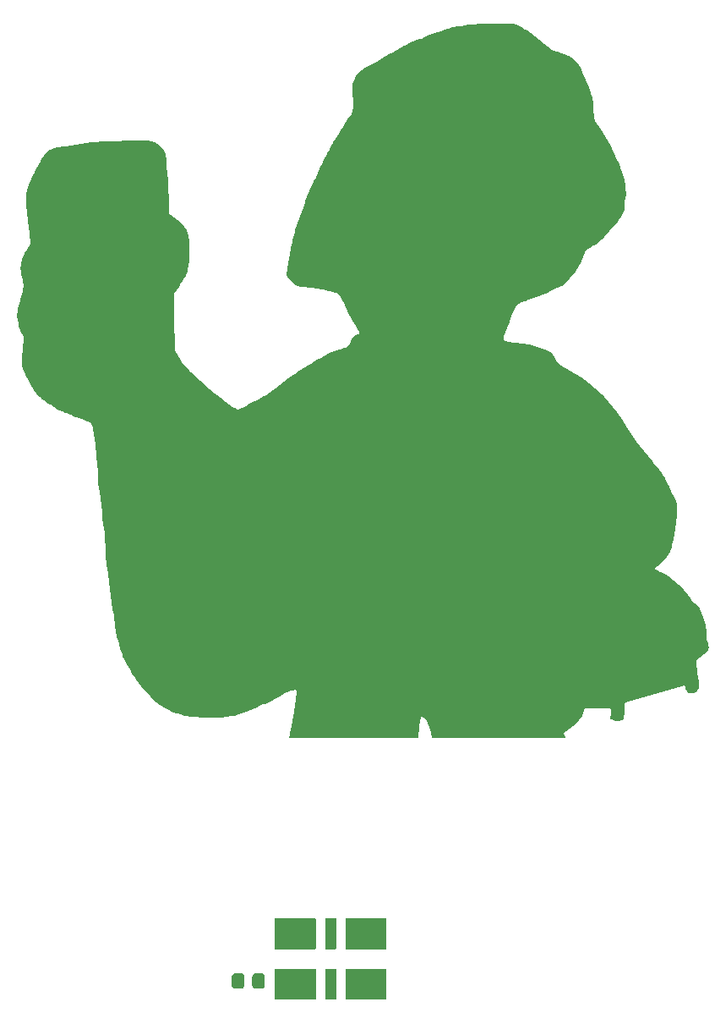
<source format=gbs>
G04 #@! TF.GenerationSoftware,KiCad,Pcbnew,8.0.4-1.fc40*
G04 #@! TF.CreationDate,2024-09-16T09:24:30-07:00*
G04 #@! TF.ProjectId,mrfixit,6d726669-7869-4742-9e6b-696361645f70,rev?*
G04 #@! TF.SameCoordinates,Original*
G04 #@! TF.FileFunction,Soldermask,Bot*
G04 #@! TF.FilePolarity,Negative*
%FSLAX46Y46*%
G04 Gerber Fmt 4.6, Leading zero omitted, Abs format (unit mm)*
G04 Created by KiCad (PCBNEW 8.0.4-1.fc40) date 2024-09-16 09:24:30*
%MOMM*%
%LPD*%
G01*
G04 APERTURE LIST*
G04 APERTURE END LIST*
G36*
X127569517Y-133082882D02*
G01*
X127586062Y-133093938D01*
X127597118Y-133110483D01*
X127601000Y-133130000D01*
X127601000Y-136130000D01*
X127597118Y-136149517D01*
X127586062Y-136166062D01*
X127569517Y-136177118D01*
X127550000Y-136181000D01*
X123550000Y-136181000D01*
X123530483Y-136177118D01*
X123513938Y-136166062D01*
X123502882Y-136149517D01*
X123499000Y-136130000D01*
X123499000Y-133130000D01*
X123502882Y-133110483D01*
X123513938Y-133093938D01*
X123530483Y-133082882D01*
X123550000Y-133079000D01*
X127550000Y-133079000D01*
X127569517Y-133082882D01*
G37*
G36*
X129609517Y-133082882D02*
G01*
X129626062Y-133093938D01*
X129637118Y-133110483D01*
X129641000Y-133130000D01*
X129641000Y-136130000D01*
X129637118Y-136149517D01*
X129626062Y-136166062D01*
X129609517Y-136177118D01*
X129590000Y-136181000D01*
X128590000Y-136181000D01*
X128570483Y-136177118D01*
X128553938Y-136166062D01*
X128542882Y-136149517D01*
X128539000Y-136130000D01*
X128539000Y-133130000D01*
X128542882Y-133110483D01*
X128553938Y-133093938D01*
X128570483Y-133082882D01*
X128590000Y-133079000D01*
X129590000Y-133079000D01*
X129609517Y-133082882D01*
G37*
G36*
X134649517Y-133082882D02*
G01*
X134666062Y-133093938D01*
X134677118Y-133110483D01*
X134681000Y-133130000D01*
X134681000Y-136130000D01*
X134677118Y-136149517D01*
X134666062Y-136166062D01*
X134649517Y-136177118D01*
X134630000Y-136181000D01*
X130630000Y-136181000D01*
X130610483Y-136177118D01*
X130593938Y-136166062D01*
X130582882Y-136149517D01*
X130579000Y-136130000D01*
X130579000Y-133130000D01*
X130582882Y-133110483D01*
X130593938Y-133093938D01*
X130610483Y-133082882D01*
X130630000Y-133079000D01*
X134630000Y-133079000D01*
X134649517Y-133082882D01*
G37*
G36*
X120218914Y-133566995D02*
G01*
X120234726Y-133573976D01*
X120242531Y-133575213D01*
X120275039Y-133591776D01*
X120320106Y-133611676D01*
X120398324Y-133689894D01*
X120418226Y-133734967D01*
X120434786Y-133767468D01*
X120436021Y-133775270D01*
X120443005Y-133791086D01*
X120451000Y-133860000D01*
X120451000Y-134760000D01*
X120443005Y-134828914D01*
X120436021Y-134844729D01*
X120434786Y-134852531D01*
X120418229Y-134885024D01*
X120398324Y-134930106D01*
X120320106Y-135008324D01*
X120275024Y-135028229D01*
X120242531Y-135044786D01*
X120234729Y-135046021D01*
X120218914Y-135053005D01*
X120150000Y-135061000D01*
X119500000Y-135061000D01*
X119431086Y-135053005D01*
X119415270Y-135046021D01*
X119407468Y-135044786D01*
X119374967Y-135028226D01*
X119329894Y-135008324D01*
X119251676Y-134930106D01*
X119231776Y-134885039D01*
X119215213Y-134852531D01*
X119213976Y-134844726D01*
X119206995Y-134828914D01*
X119199000Y-134760000D01*
X119199000Y-133860000D01*
X119206995Y-133791086D01*
X119213976Y-133775274D01*
X119215213Y-133767468D01*
X119231780Y-133734953D01*
X119251676Y-133689894D01*
X119329894Y-133611676D01*
X119374953Y-133591780D01*
X119407468Y-133575213D01*
X119415274Y-133573976D01*
X119431086Y-133566995D01*
X119500000Y-133559000D01*
X120150000Y-133559000D01*
X120218914Y-133566995D01*
G37*
G36*
X122268914Y-133566995D02*
G01*
X122284726Y-133573976D01*
X122292531Y-133575213D01*
X122325039Y-133591776D01*
X122370106Y-133611676D01*
X122448324Y-133689894D01*
X122468226Y-133734967D01*
X122484786Y-133767468D01*
X122486021Y-133775270D01*
X122493005Y-133791086D01*
X122501000Y-133860000D01*
X122501000Y-134760000D01*
X122493005Y-134828914D01*
X122486021Y-134844729D01*
X122484786Y-134852531D01*
X122468229Y-134885024D01*
X122448324Y-134930106D01*
X122370106Y-135008324D01*
X122325024Y-135028229D01*
X122292531Y-135044786D01*
X122284729Y-135046021D01*
X122268914Y-135053005D01*
X122200000Y-135061000D01*
X121550000Y-135061000D01*
X121481086Y-135053005D01*
X121465270Y-135046021D01*
X121457468Y-135044786D01*
X121424967Y-135028226D01*
X121379894Y-135008324D01*
X121301676Y-134930106D01*
X121281776Y-134885039D01*
X121265213Y-134852531D01*
X121263976Y-134844726D01*
X121256995Y-134828914D01*
X121249000Y-134760000D01*
X121249000Y-133860000D01*
X121256995Y-133791086D01*
X121263976Y-133775274D01*
X121265213Y-133767468D01*
X121281780Y-133734953D01*
X121301676Y-133689894D01*
X121379894Y-133611676D01*
X121424953Y-133591780D01*
X121457468Y-133575213D01*
X121465274Y-133573976D01*
X121481086Y-133566995D01*
X121550000Y-133559000D01*
X122200000Y-133559000D01*
X122268914Y-133566995D01*
G37*
G36*
X127569517Y-128042882D02*
G01*
X127586062Y-128053938D01*
X127597118Y-128070483D01*
X127601000Y-128090000D01*
X127601000Y-131090000D01*
X127597118Y-131109517D01*
X127586062Y-131126062D01*
X127569517Y-131137118D01*
X127550000Y-131141000D01*
X123550000Y-131141000D01*
X123530483Y-131137118D01*
X123513938Y-131126062D01*
X123502882Y-131109517D01*
X123499000Y-131090000D01*
X123499000Y-128090000D01*
X123502882Y-128070483D01*
X123513938Y-128053938D01*
X123530483Y-128042882D01*
X123550000Y-128039000D01*
X127550000Y-128039000D01*
X127569517Y-128042882D01*
G37*
G36*
X129609517Y-128042882D02*
G01*
X129626062Y-128053938D01*
X129637118Y-128070483D01*
X129641000Y-128090000D01*
X129641000Y-131090000D01*
X129637118Y-131109517D01*
X129626062Y-131126062D01*
X129609517Y-131137118D01*
X129590000Y-131141000D01*
X128590000Y-131141000D01*
X128570483Y-131137118D01*
X128553938Y-131126062D01*
X128542882Y-131109517D01*
X128539000Y-131090000D01*
X128539000Y-128090000D01*
X128542882Y-128070483D01*
X128553938Y-128053938D01*
X128570483Y-128042882D01*
X128590000Y-128039000D01*
X129590000Y-128039000D01*
X129609517Y-128042882D01*
G37*
G36*
X134649517Y-128042882D02*
G01*
X134666062Y-128053938D01*
X134677118Y-128070483D01*
X134681000Y-128090000D01*
X134681000Y-131090000D01*
X134677118Y-131109517D01*
X134666062Y-131126062D01*
X134649517Y-131137118D01*
X134630000Y-131141000D01*
X130630000Y-131141000D01*
X130610483Y-131137118D01*
X130593938Y-131126062D01*
X130582882Y-131109517D01*
X130579000Y-131090000D01*
X130579000Y-128090000D01*
X130582882Y-128070483D01*
X130593938Y-128053938D01*
X130610483Y-128042882D01*
X130630000Y-128039000D01*
X134630000Y-128039000D01*
X134649517Y-128042882D01*
G37*
G36*
X147429810Y-38564945D02*
G01*
X147894766Y-38746196D01*
X147895344Y-38746424D01*
X148083941Y-38822106D01*
X148085683Y-38822833D01*
X148268771Y-38902325D01*
X148278030Y-38907233D01*
X148593480Y-39107310D01*
X148597558Y-39109686D01*
X148647911Y-39136525D01*
X148648535Y-39136862D01*
X148773634Y-39205384D01*
X148781856Y-39210699D01*
X149113207Y-39460809D01*
X149113399Y-39460955D01*
X149113399Y-39460956D01*
X149377910Y-39663926D01*
X149589456Y-39815867D01*
X149590729Y-39816803D01*
X149871062Y-40028101D01*
X149873823Y-40030297D01*
X150033948Y-40164623D01*
X150211159Y-40309021D01*
X150506876Y-40546953D01*
X150671199Y-40678719D01*
X150671212Y-40678729D01*
X150671212Y-40678730D01*
X150842571Y-40817119D01*
X150843226Y-40817654D01*
X151097995Y-41028576D01*
X151102639Y-41032071D01*
X151278531Y-41152028D01*
X151287944Y-41157320D01*
X151463940Y-41237155D01*
X151469794Y-41239462D01*
X151826018Y-41359568D01*
X152064728Y-41431299D01*
X152066372Y-41431816D01*
X152288090Y-41504606D01*
X152290052Y-41505283D01*
X152496133Y-41579810D01*
X152498288Y-41580632D01*
X152689174Y-41657263D01*
X152692323Y-41658622D01*
X152952940Y-41779031D01*
X152957331Y-41781258D01*
X153188334Y-41909184D01*
X153193240Y-41912181D01*
X153397573Y-42049378D01*
X153402752Y-42053229D01*
X153583185Y-42201401D01*
X153588326Y-42206086D01*
X153747721Y-42367105D01*
X153752383Y-42372333D01*
X153892715Y-42547167D01*
X153898227Y-42555152D01*
X154138543Y-42963238D01*
X154141444Y-42968730D01*
X154231388Y-43159806D01*
X154232299Y-43161828D01*
X154335192Y-43401282D01*
X154335516Y-43402052D01*
X154416514Y-43597862D01*
X154512117Y-43807421D01*
X154603697Y-44006021D01*
X154604131Y-44006984D01*
X154755835Y-44350383D01*
X154756183Y-44351184D01*
X154839840Y-44547049D01*
X154932063Y-44756423D01*
X154932161Y-44756648D01*
X155010571Y-44938361D01*
X155012078Y-44942172D01*
X155079976Y-45130424D01*
X155080902Y-45133175D01*
X155197450Y-45506214D01*
X155197791Y-45507340D01*
X155260296Y-45719946D01*
X155261002Y-45722541D01*
X155315354Y-45939505D01*
X155316338Y-45944104D01*
X155353914Y-46155341D01*
X155354526Y-46159536D01*
X155377300Y-46358903D01*
X155377546Y-46361496D01*
X155396079Y-46606232D01*
X155396164Y-46607532D01*
X155413638Y-46919097D01*
X155413638Y-46919109D01*
X155425815Y-47146763D01*
X155438349Y-47349727D01*
X155459958Y-47613611D01*
X155487605Y-47834843D01*
X155488454Y-47839924D01*
X155540002Y-48085688D01*
X155542259Y-48093730D01*
X155617412Y-48305955D01*
X155621031Y-48314223D01*
X155728486Y-48518283D01*
X155732083Y-48524275D01*
X155881237Y-48743942D01*
X155883841Y-48747501D01*
X156205006Y-49155347D01*
X156206750Y-49157664D01*
X156361795Y-49373290D01*
X156366141Y-49380178D01*
X156469755Y-49568770D01*
X156583855Y-49762312D01*
X156723265Y-49994063D01*
X156852629Y-50209768D01*
X156853157Y-50210663D01*
X156966246Y-50405819D01*
X156966960Y-50407082D01*
X157069708Y-50593305D01*
X157070482Y-50594748D01*
X157168443Y-50783017D01*
X157169201Y-50784518D01*
X157268090Y-50986141D01*
X157268687Y-50987389D01*
X157374248Y-51213800D01*
X157374533Y-51214423D01*
X157461282Y-51406832D01*
X157461600Y-51407547D01*
X157627817Y-51785632D01*
X157711987Y-51973958D01*
X157803737Y-52174387D01*
X157931809Y-52449106D01*
X157932005Y-52449527D01*
X158016205Y-52632278D01*
X158017478Y-52635224D01*
X158128443Y-52909669D01*
X158161082Y-52986928D01*
X158161082Y-52986929D01*
X158161174Y-52987147D01*
X158239244Y-53172889D01*
X158240763Y-53176846D01*
X158308640Y-53371762D01*
X158309073Y-53373041D01*
X158383269Y-53599504D01*
X158383617Y-53600598D01*
X158454192Y-53828495D01*
X158454776Y-53830488D01*
X158536524Y-54126127D01*
X158537738Y-54131300D01*
X158576943Y-54334192D01*
X158577424Y-54336991D01*
X158610224Y-54554950D01*
X158610441Y-54556516D01*
X158640691Y-54796629D01*
X158640859Y-54798084D01*
X158665992Y-55038258D01*
X158666238Y-55041239D01*
X158692113Y-55469919D01*
X158692078Y-55478587D01*
X158678680Y-55674171D01*
X158678029Y-55679965D01*
X158623006Y-56031582D01*
X158622886Y-56032319D01*
X158587509Y-56240822D01*
X158586988Y-56244588D01*
X158564666Y-56451931D01*
X158564374Y-56455718D01*
X158549652Y-56772237D01*
X158543358Y-56982993D01*
X158542986Y-56988346D01*
X158520898Y-57190321D01*
X158514978Y-57211450D01*
X158379187Y-57501784D01*
X158376353Y-57507192D01*
X158182772Y-57839027D01*
X158181378Y-57841549D01*
X158079799Y-58035715D01*
X158076741Y-58040970D01*
X157968841Y-58208453D01*
X157965124Y-58213661D01*
X157836236Y-58377232D01*
X157834161Y-58379738D01*
X157680801Y-58556172D01*
X157679807Y-58557291D01*
X157365283Y-58903779D01*
X157365056Y-58904028D01*
X157208182Y-59075946D01*
X157051560Y-59248822D01*
X156904541Y-59412236D01*
X156623181Y-59730246D01*
X156623183Y-59730331D01*
X156509624Y-59858978D01*
X156508314Y-59860419D01*
X156365870Y-60012668D01*
X156364321Y-60014270D01*
X156224284Y-60154336D01*
X156222115Y-60156413D01*
X156036459Y-60326540D01*
X156033640Y-60328983D01*
X155847117Y-60481749D01*
X155843912Y-60484218D01*
X155653537Y-60622067D01*
X155650151Y-60624366D01*
X155453478Y-60749331D01*
X155448865Y-60752011D01*
X155075724Y-60949424D01*
X155074839Y-60949884D01*
X154887925Y-61045269D01*
X154880741Y-61049564D01*
X154705834Y-61170704D01*
X154682011Y-61201751D01*
X154579130Y-61488980D01*
X154578898Y-61489617D01*
X154506573Y-61685307D01*
X154505754Y-61687412D01*
X154419727Y-61898132D01*
X154418996Y-61899855D01*
X154323685Y-62116132D01*
X154322974Y-62117689D01*
X154223104Y-62329276D01*
X154222268Y-62330984D01*
X154122867Y-62527070D01*
X154121432Y-62529751D01*
X153991529Y-62759980D01*
X153989510Y-62763327D01*
X153867206Y-62953383D01*
X153865965Y-62955244D01*
X153723095Y-63162227D01*
X153722215Y-63163472D01*
X153605352Y-63324863D01*
X153604696Y-63325752D01*
X153482195Y-63488963D01*
X153481500Y-63489874D01*
X153356033Y-63651472D01*
X153355307Y-63652390D01*
X153229240Y-63809353D01*
X153228293Y-63810507D01*
X153063903Y-64006680D01*
X153061829Y-64009041D01*
X152765695Y-64330796D01*
X152762513Y-64334027D01*
X152592976Y-64494898D01*
X152590184Y-64497403D01*
X152432527Y-64631054D01*
X152428084Y-64634513D01*
X152242102Y-64767190D01*
X152236246Y-64770928D01*
X152039654Y-64882644D01*
X152032629Y-64886115D01*
X151631041Y-65056329D01*
X151629579Y-65056928D01*
X151433099Y-65134779D01*
X151249083Y-65215512D01*
X151246519Y-65216708D01*
X151025840Y-65325689D01*
X150819757Y-65435132D01*
X150817480Y-65436287D01*
X150602135Y-65540482D01*
X150599749Y-65541580D01*
X150356732Y-65647748D01*
X150354870Y-65648530D01*
X150144197Y-65733357D01*
X150143004Y-65733824D01*
X149899497Y-65826351D01*
X149898663Y-65826660D01*
X149615209Y-65929589D01*
X149614633Y-65929795D01*
X149399943Y-66005541D01*
X149399656Y-66005641D01*
X149162320Y-66087894D01*
X149161971Y-66088014D01*
X148899117Y-66177848D01*
X148898743Y-66177975D01*
X148608614Y-66276079D01*
X148608511Y-66276113D01*
X148123394Y-66438591D01*
X148112633Y-66443362D01*
X147926686Y-66547712D01*
X147913875Y-66557228D01*
X147776714Y-66689266D01*
X147770279Y-66696500D01*
X147631409Y-66879331D01*
X147627670Y-66884840D01*
X147513961Y-67073211D01*
X147511271Y-67078159D01*
X147355660Y-67397850D01*
X147353629Y-67402492D01*
X147276044Y-67601384D01*
X147196309Y-67820025D01*
X147118609Y-68039292D01*
X146997104Y-68392175D01*
X146929400Y-68590256D01*
X146929249Y-68590694D01*
X146861103Y-68786202D01*
X146860879Y-68786837D01*
X146782498Y-69007027D01*
X146782372Y-69007379D01*
X146712510Y-69198474D01*
X146712034Y-69199736D01*
X146628336Y-69415277D01*
X146628332Y-69415287D01*
X146549668Y-69616446D01*
X146548523Y-69619624D01*
X146452074Y-69911915D01*
X146451200Y-69914794D01*
X146401599Y-70093607D01*
X146441718Y-70177904D01*
X146673952Y-70279341D01*
X146680134Y-70281661D01*
X146899701Y-70351074D01*
X146904708Y-70352431D01*
X147114191Y-70399979D01*
X147117918Y-70400706D01*
X147359245Y-70440258D01*
X147578283Y-70466585D01*
X147834656Y-70488077D01*
X147834645Y-70488363D01*
X147954227Y-70498100D01*
X148083857Y-70508968D01*
X148083869Y-70508658D01*
X148162082Y-70515027D01*
X148163648Y-70515173D01*
X148378871Y-70537887D01*
X148380257Y-70538049D01*
X148583326Y-70564128D01*
X148585971Y-70564522D01*
X148833728Y-70606428D01*
X148839823Y-70607753D01*
X149091939Y-70674914D01*
X149094045Y-70675512D01*
X149306125Y-70739427D01*
X149307085Y-70739723D01*
X149549658Y-70816303D01*
X149550343Y-70816523D01*
X149810745Y-70901521D01*
X149811184Y-70901667D01*
X150076827Y-70990842D01*
X150077347Y-70991019D01*
X150335723Y-71080155D01*
X150336234Y-71080334D01*
X150574996Y-71165266D01*
X150575806Y-71165560D01*
X150781773Y-71241811D01*
X150784215Y-71242769D01*
X151048036Y-71352206D01*
X151058145Y-71357441D01*
X151226322Y-71463457D01*
X151237762Y-71472545D01*
X151376132Y-71609463D01*
X151388821Y-71626893D01*
X151494691Y-71836382D01*
X151498340Y-71845061D01*
X151571608Y-72060304D01*
X151575407Y-72069162D01*
X151676951Y-72263157D01*
X151682378Y-72271747D01*
X151816019Y-72449488D01*
X151822338Y-72456674D01*
X151992763Y-72622940D01*
X151998371Y-72627796D01*
X152162353Y-72753595D01*
X152168751Y-72757903D01*
X152588849Y-73004615D01*
X152591970Y-73006330D01*
X152823973Y-73125361D01*
X152824691Y-73125734D01*
X153048969Y-73243992D01*
X153049790Y-73244431D01*
X153265446Y-73361499D01*
X153266244Y-73361938D01*
X153473533Y-73477986D01*
X153474420Y-73478492D01*
X153673644Y-73593714D01*
X153674548Y-73594246D01*
X153866024Y-73708850D01*
X153866992Y-73709440D01*
X154050952Y-73823578D01*
X154051950Y-73824209D01*
X154228825Y-73938157D01*
X154229722Y-73938746D01*
X154399785Y-74052683D01*
X154400806Y-74053382D01*
X154564079Y-74167309D01*
X154565419Y-74168270D01*
X154799021Y-74340106D01*
X154800680Y-74341367D01*
X155020690Y-74514223D01*
X155023287Y-74516372D01*
X155430526Y-74870963D01*
X155431841Y-74872139D01*
X155591112Y-75018570D01*
X155740996Y-75153886D01*
X155897663Y-75293609D01*
X156085248Y-75458376D01*
X156086198Y-75459226D01*
X156248594Y-75607475D01*
X156250311Y-75609098D01*
X156399960Y-75755643D01*
X156401278Y-75756972D01*
X156543799Y-75904791D01*
X156545802Y-75906961D01*
X156710346Y-76093215D01*
X156712155Y-76095349D01*
X156952509Y-76390921D01*
X156952509Y-76390922D01*
X157166370Y-76654491D01*
X157355247Y-76888192D01*
X157355247Y-76888193D01*
X157355499Y-76888505D01*
X157521446Y-77095137D01*
X157521708Y-77095465D01*
X157667525Y-77278751D01*
X157667624Y-77278876D01*
X157795322Y-77441558D01*
X157795796Y-77442169D01*
X157958674Y-77654687D01*
X157959470Y-77655745D01*
X158094711Y-77839558D01*
X158095759Y-77841022D01*
X158211439Y-78006971D01*
X158212701Y-78008849D01*
X158350551Y-78221277D01*
X158351960Y-78223545D01*
X158601540Y-78643528D01*
X158601540Y-78643529D01*
X158601705Y-78643807D01*
X158745333Y-78886873D01*
X158895703Y-79130967D01*
X159052031Y-79374945D01*
X159213831Y-79618141D01*
X159380349Y-79859484D01*
X159551149Y-80098364D01*
X159725432Y-80333656D01*
X159902763Y-80564744D01*
X160082365Y-80790547D01*
X160385517Y-81153350D01*
X160520608Y-81312653D01*
X160521090Y-81313226D01*
X160649668Y-81467809D01*
X160649987Y-81468196D01*
X160810379Y-81664554D01*
X160810859Y-81665145D01*
X160936791Y-81821171D01*
X161096599Y-82017610D01*
X161096618Y-82017633D01*
X161096618Y-82017634D01*
X161224084Y-82176274D01*
X161224084Y-82176273D01*
X161224103Y-82176297D01*
X161448079Y-82458546D01*
X161582052Y-82626828D01*
X161711420Y-82787720D01*
X161839779Y-82946084D01*
X161996857Y-83137565D01*
X161997314Y-83138127D01*
X162144425Y-83320760D01*
X162146021Y-83322820D01*
X162269281Y-83488152D01*
X162271358Y-83491098D01*
X162392100Y-83672508D01*
X162395326Y-83677882D01*
X162583911Y-84028027D01*
X162585246Y-84030636D01*
X162679935Y-84226035D01*
X162771444Y-84411539D01*
X162860712Y-84591170D01*
X163001428Y-84872310D01*
X163001518Y-84872365D01*
X163111870Y-85091984D01*
X163111883Y-85092010D01*
X163216958Y-85301526D01*
X163217005Y-85301620D01*
X163217005Y-85301619D01*
X163327700Y-85523435D01*
X163327700Y-85523436D01*
X163328022Y-85524085D01*
X163428060Y-85727376D01*
X163428572Y-85728438D01*
X163518506Y-85919343D01*
X163519662Y-85921942D01*
X163605828Y-86127467D01*
X163607591Y-86132150D01*
X163673006Y-86327524D01*
X163674477Y-86332555D01*
X163759294Y-86670754D01*
X163760456Y-86676398D01*
X163794089Y-86884257D01*
X163794865Y-86891559D01*
X163804971Y-87088080D01*
X163805047Y-87092863D01*
X163801065Y-87296143D01*
X163800989Y-87298305D01*
X163777151Y-87771043D01*
X163777100Y-87771966D01*
X163764984Y-87970880D01*
X163764931Y-87971678D01*
X163749128Y-88196796D01*
X163749062Y-88197672D01*
X163730319Y-88424849D01*
X163730059Y-88427409D01*
X163698275Y-88690537D01*
X163697472Y-88695577D01*
X163656921Y-88900144D01*
X163595223Y-89271163D01*
X163556058Y-89517851D01*
X163555958Y-89518469D01*
X163516633Y-89752093D01*
X163516530Y-89752682D01*
X163477047Y-89973318D01*
X163476920Y-89974003D01*
X163437328Y-90181450D01*
X163437097Y-90182610D01*
X163377571Y-90468883D01*
X163377224Y-90470459D01*
X163317674Y-90726356D01*
X163317187Y-90728315D01*
X163257781Y-90953322D01*
X163257072Y-90955813D01*
X163198130Y-91148994D01*
X163196814Y-91152878D01*
X163120167Y-91358100D01*
X163114414Y-91369866D01*
X162962881Y-91615822D01*
X162958353Y-91622292D01*
X162737882Y-91901147D01*
X162604461Y-92084823D01*
X162601184Y-92088979D01*
X162465887Y-92247313D01*
X162461773Y-92251714D01*
X162309545Y-92400657D01*
X162304863Y-92404831D01*
X161993252Y-92657680D01*
X161991939Y-92658720D01*
X161827472Y-92785711D01*
X161661953Y-92923918D01*
X161653588Y-92932375D01*
X161582515Y-93019388D01*
X161607666Y-93136848D01*
X161707884Y-93187003D01*
X161846006Y-93252049D01*
X161845987Y-93252138D01*
X162143900Y-93392115D01*
X162144576Y-93392437D01*
X162330890Y-93482305D01*
X162331727Y-93482716D01*
X162550709Y-93592588D01*
X162552132Y-93593324D01*
X162739962Y-93693275D01*
X162742200Y-93694519D01*
X162937583Y-93807919D01*
X162943858Y-93812044D01*
X163309395Y-94082575D01*
X163313982Y-94086291D01*
X163472103Y-94226298D01*
X163627332Y-94356172D01*
X163824089Y-94511935D01*
X163824494Y-94512258D01*
X163994143Y-94648367D01*
X163996971Y-94650767D01*
X164162421Y-94799144D01*
X164164968Y-94801552D01*
X164328296Y-94964212D01*
X164330576Y-94966597D01*
X164492724Y-95144663D01*
X164494712Y-95146947D01*
X164656660Y-95341604D01*
X164658162Y-95343476D01*
X164779832Y-95500760D01*
X164780947Y-95502243D01*
X164903208Y-95669682D01*
X164904654Y-95671742D01*
X165154173Y-96041364D01*
X165267714Y-96205470D01*
X165270408Y-96209079D01*
X165394695Y-96363624D01*
X165403643Y-96372685D01*
X165599761Y-96534520D01*
X165765061Y-96667007D01*
X165775403Y-96677328D01*
X165899584Y-96831648D01*
X165903714Y-96837370D01*
X166052000Y-97067376D01*
X166055582Y-97073643D01*
X166158414Y-97278244D01*
X166159678Y-97280899D01*
X166255963Y-97494862D01*
X166256692Y-97496540D01*
X166351235Y-97722298D01*
X166351878Y-97723891D01*
X166433754Y-97934419D01*
X166435459Y-97939362D01*
X166523966Y-98232232D01*
X166525528Y-98236765D01*
X166555778Y-98314716D01*
X166602651Y-98425921D01*
X166606464Y-98438067D01*
X166680090Y-98784393D01*
X166680766Y-98788078D01*
X166711446Y-98986622D01*
X166711854Y-98989741D01*
X166733470Y-99191692D01*
X166733616Y-99193226D01*
X166753122Y-99424848D01*
X166753227Y-99426276D01*
X166770339Y-99701296D01*
X166770364Y-99701723D01*
X166782185Y-99924104D01*
X166797495Y-100142639D01*
X166799185Y-100153341D01*
X166857216Y-100387242D01*
X166858480Y-100391642D01*
X166911783Y-100554436D01*
X166913528Y-100560806D01*
X166947750Y-100715132D01*
X166948491Y-100719005D01*
X166979660Y-100911900D01*
X166979385Y-100934868D01*
X166938201Y-101156008D01*
X166924316Y-101185917D01*
X166787840Y-101352912D01*
X166782386Y-101358828D01*
X166638472Y-101497376D01*
X166636315Y-101499364D01*
X166467510Y-101648324D01*
X166465449Y-101650071D01*
X166292535Y-101790867D01*
X166288685Y-101793780D01*
X166045145Y-101964641D01*
X165886569Y-102083322D01*
X165867376Y-102106692D01*
X165721768Y-102410608D01*
X165715762Y-102443605D01*
X165731722Y-102627305D01*
X165732071Y-102630420D01*
X165767368Y-102886821D01*
X165798460Y-103091176D01*
X165798487Y-103091362D01*
X165831139Y-103317245D01*
X165831243Y-103317979D01*
X165864486Y-103557598D01*
X165864525Y-103557886D01*
X165864525Y-103557887D01*
X165897439Y-103803842D01*
X165897442Y-103803863D01*
X165897442Y-103803864D01*
X165928918Y-104047375D01*
X165928943Y-104047571D01*
X165957897Y-104279983D01*
X165957980Y-104280664D01*
X165983434Y-104494167D01*
X165983518Y-104494903D01*
X166010235Y-104735912D01*
X166010423Y-104737865D01*
X166029334Y-104969846D01*
X166025734Y-104987221D01*
X166025812Y-104988167D01*
X166025381Y-104988928D01*
X166022059Y-105004969D01*
X165860878Y-105290164D01*
X165838438Y-105313711D01*
X165689814Y-105407411D01*
X165668883Y-105416082D01*
X165402707Y-105476450D01*
X165393845Y-105477849D01*
X165189002Y-105496351D01*
X165178424Y-105496474D01*
X164995106Y-105484203D01*
X164970563Y-105477735D01*
X164799944Y-105395625D01*
X164786770Y-105383737D01*
X164785919Y-105383328D01*
X164785578Y-105382662D01*
X164775143Y-105373246D01*
X164687002Y-105201010D01*
X164680462Y-105180949D01*
X164647180Y-104971054D01*
X164646892Y-104969041D01*
X164625219Y-104798902D01*
X164528769Y-104735731D01*
X158635005Y-106458519D01*
X158585671Y-106520313D01*
X158574943Y-106695747D01*
X158574930Y-106695957D01*
X158561968Y-106901704D01*
X158561957Y-106901880D01*
X158544015Y-107172687D01*
X158544006Y-107172828D01*
X158527561Y-107401046D01*
X158527500Y-107401840D01*
X158507298Y-107645698D01*
X158507141Y-107647352D01*
X158483774Y-107864217D01*
X158481961Y-107874075D01*
X158421057Y-108106364D01*
X158411901Y-108121567D01*
X158411662Y-108122482D01*
X158411134Y-108122841D01*
X158404954Y-108133105D01*
X158250788Y-108238187D01*
X158232218Y-108247031D01*
X158050904Y-108301270D01*
X158038548Y-108303738D01*
X157829535Y-108325467D01*
X157818480Y-108325703D01*
X157613543Y-108313226D01*
X157591354Y-108307991D01*
X157237600Y-108157369D01*
X157215512Y-108142106D01*
X157145376Y-108068901D01*
X157137204Y-108053144D01*
X157136553Y-108052464D01*
X157136591Y-108051961D01*
X157132219Y-108043530D01*
X157165398Y-107608839D01*
X157165469Y-107607970D01*
X157183669Y-107401282D01*
X157183992Y-107398341D01*
X157224495Y-107090615D01*
X157147838Y-107005058D01*
X154580244Y-107059652D01*
X154513903Y-107113088D01*
X154467095Y-107307798D01*
X154465484Y-107313415D01*
X154387012Y-107548086D01*
X154384718Y-107554009D01*
X154286064Y-107776984D01*
X154283121Y-107782849D01*
X154162718Y-107996291D01*
X154159262Y-108001785D01*
X154015488Y-108207714D01*
X154011764Y-108212564D01*
X153842877Y-108413010D01*
X153839141Y-108417091D01*
X153643522Y-108613824D01*
X153639939Y-108617174D01*
X153415647Y-108812237D01*
X153412939Y-108814470D01*
X153247314Y-108943919D01*
X153245308Y-108945429D01*
X153065988Y-109075254D01*
X153063367Y-109077060D01*
X152663180Y-109339022D01*
X152656103Y-109344410D01*
X152453528Y-109522749D01*
X152436276Y-109603596D01*
X152503599Y-109750980D01*
X152509648Y-109761425D01*
X152625817Y-109923647D01*
X152632910Y-109931922D01*
X152685923Y-109983850D01*
X152694589Y-109999339D01*
X152695264Y-110000000D01*
X152694523Y-110000000D01*
X152681530Y-110005000D01*
X139257564Y-110005000D01*
X139240537Y-110000000D01*
X139239591Y-110000000D01*
X139239572Y-109999572D01*
X139235737Y-109995147D01*
X139234062Y-109988192D01*
X139231881Y-109938980D01*
X139231437Y-109933811D01*
X139189237Y-109604117D01*
X139188110Y-109597860D01*
X139139616Y-109389827D01*
X139138878Y-109386967D01*
X139076032Y-109165301D01*
X139002443Y-108940339D01*
X138921818Y-108721958D01*
X138838160Y-108520286D01*
X138836777Y-108517192D01*
X138733620Y-108302235D01*
X138730010Y-108295733D01*
X138600288Y-108091736D01*
X138589759Y-108079168D01*
X138449870Y-107950808D01*
X138430135Y-107938519D01*
X138241260Y-107864927D01*
X138140294Y-107918130D01*
X138111136Y-108043040D01*
X138110308Y-108047230D01*
X138072953Y-108277244D01*
X138038520Y-108516546D01*
X138010077Y-108731018D01*
X137964278Y-109107832D01*
X137964310Y-109107925D01*
X137941435Y-109298427D01*
X137941376Y-109298898D01*
X137914209Y-109509811D01*
X137914083Y-109510728D01*
X137879684Y-109749739D01*
X137854443Y-109964244D01*
X137854064Y-109969080D01*
X137853543Y-109982238D01*
X137847874Y-109999052D01*
X137847837Y-110000000D01*
X137847409Y-110000000D01*
X137842957Y-110003560D01*
X137835647Y-110005000D01*
X124976566Y-110005000D01*
X124959540Y-110000000D01*
X124958593Y-110000000D01*
X124958737Y-109999131D01*
X124956383Y-109982759D01*
X124959950Y-109961247D01*
X124960080Y-109960488D01*
X124996577Y-109750247D01*
X124996701Y-109749542D01*
X125036096Y-109531391D01*
X125036234Y-109530645D01*
X125101207Y-109185328D01*
X125101262Y-109185034D01*
X125150661Y-108927720D01*
X125194793Y-108697346D01*
X125234067Y-108491611D01*
X125285022Y-108222800D01*
X125327669Y-107994783D01*
X125374468Y-107738239D01*
X125413160Y-107516996D01*
X125447507Y-107310023D01*
X125518066Y-106855635D01*
X125556979Y-106594198D01*
X125591892Y-106350126D01*
X125622591Y-106125262D01*
X125648952Y-105920826D01*
X125676970Y-105683369D01*
X125699708Y-105450961D01*
X125700005Y-105444893D01*
X125700057Y-105288880D01*
X125620391Y-105214696D01*
X125296324Y-105237928D01*
X125290292Y-105238657D01*
X125089235Y-105272915D01*
X125073312Y-105277875D01*
X124722247Y-105441103D01*
X124714786Y-105445211D01*
X124545612Y-105553991D01*
X124539830Y-105557316D01*
X124224987Y-105718205D01*
X124223588Y-105718900D01*
X124025261Y-105814485D01*
X123823446Y-105921495D01*
X123459242Y-106130393D01*
X123272230Y-106239513D01*
X123270209Y-106240645D01*
X123091724Y-106336710D01*
X123087027Y-106339009D01*
X122702164Y-106509334D01*
X122697927Y-106511041D01*
X122509340Y-106579792D01*
X122319764Y-106655200D01*
X121983907Y-106799189D01*
X121722075Y-106915668D01*
X121721256Y-106916027D01*
X121447647Y-107033933D01*
X121447158Y-107034140D01*
X121261079Y-107112431D01*
X121260657Y-107112607D01*
X121073585Y-107189898D01*
X121073176Y-107190066D01*
X120887035Y-107265609D01*
X120886426Y-107265854D01*
X120612696Y-107374446D01*
X120612282Y-107374607D01*
X120350174Y-107475577D01*
X120349773Y-107475729D01*
X120106092Y-107566445D01*
X120105320Y-107566726D01*
X119885913Y-107644933D01*
X119884715Y-107645348D01*
X119696344Y-107708480D01*
X119693555Y-107709347D01*
X119464067Y-107775200D01*
X119457149Y-107776795D01*
X119258086Y-107811745D01*
X119255352Y-107812168D01*
X119052285Y-107839301D01*
X119050442Y-107839521D01*
X118790104Y-107866811D01*
X118789494Y-107866871D01*
X118581582Y-107886537D01*
X118173176Y-107936674D01*
X118171624Y-107936847D01*
X117945069Y-107959562D01*
X117940935Y-107959849D01*
X117696237Y-107969294D01*
X117694456Y-107969339D01*
X117398704Y-107972715D01*
X117397752Y-107972719D01*
X117179553Y-107971752D01*
X117178919Y-107971745D01*
X116948740Y-107968335D01*
X116948241Y-107968325D01*
X116709885Y-107962581D01*
X116709234Y-107962562D01*
X116467107Y-107954606D01*
X116466382Y-107954579D01*
X116224485Y-107944527D01*
X116223882Y-107944499D01*
X115986149Y-107932465D01*
X115985208Y-107932412D01*
X115755754Y-107918515D01*
X115755006Y-107918465D01*
X115537742Y-107902816D01*
X115536772Y-107902739D01*
X115336200Y-107885495D01*
X115334309Y-107885305D01*
X114997723Y-107846387D01*
X114994695Y-107845967D01*
X114758534Y-107807760D01*
X114756462Y-107807392D01*
X114522961Y-107762053D01*
X114520790Y-107761596D01*
X114290398Y-107709247D01*
X114288312Y-107708738D01*
X114061270Y-107649472D01*
X114059200Y-107648896D01*
X113835596Y-107582765D01*
X113833581Y-107582133D01*
X113613819Y-107509285D01*
X113611669Y-107508532D01*
X113395854Y-107429024D01*
X113393825Y-107428237D01*
X113182030Y-107342108D01*
X113180007Y-107341245D01*
X112972528Y-107248617D01*
X112970491Y-107247666D01*
X112767645Y-107148684D01*
X112765511Y-107147596D01*
X112567348Y-107042282D01*
X112565246Y-107041117D01*
X112371951Y-106929549D01*
X112369886Y-106928309D01*
X112181723Y-106810618D01*
X112179637Y-106809260D01*
X111997165Y-106685784D01*
X111994163Y-106683630D01*
X111644211Y-106417685D01*
X111640548Y-106414691D01*
X111469532Y-106264581D01*
X111467774Y-106262983D01*
X111295112Y-106100480D01*
X111294157Y-106099564D01*
X111149082Y-105957782D01*
X111148255Y-105956962D01*
X111006672Y-105814359D01*
X111005765Y-105813428D01*
X110847624Y-105647966D01*
X110845452Y-105645582D01*
X110674449Y-105448815D01*
X110673957Y-105448241D01*
X110539427Y-105289123D01*
X110392664Y-105129345D01*
X110253685Y-104979363D01*
X110252513Y-104978064D01*
X110120296Y-104827675D01*
X110119050Y-104826217D01*
X109991381Y-104672464D01*
X109990130Y-104670913D01*
X109865282Y-104511357D01*
X109864139Y-104509852D01*
X109740384Y-104342039D01*
X109739304Y-104340532D01*
X109614997Y-104162108D01*
X109614064Y-104160733D01*
X109487371Y-103969066D01*
X109486626Y-103967913D01*
X109355976Y-103760749D01*
X109355361Y-103759755D01*
X109219092Y-103534716D01*
X109218518Y-103533747D01*
X108973930Y-103111696D01*
X108831759Y-102879487D01*
X108831722Y-102879354D01*
X108706438Y-102675709D01*
X108705143Y-102673514D01*
X108595328Y-102478918D01*
X108594476Y-102477359D01*
X108495476Y-102290368D01*
X108494753Y-102288963D01*
X108381447Y-102061919D01*
X108380291Y-102059483D01*
X108291506Y-101862273D01*
X108289731Y-101857934D01*
X108216336Y-101658908D01*
X108215376Y-101656118D01*
X108154786Y-101466605D01*
X108154410Y-101465390D01*
X108096025Y-101269992D01*
X108095870Y-101269463D01*
X108025097Y-101024206D01*
X108025067Y-101024101D01*
X107938740Y-100719413D01*
X107879280Y-100516359D01*
X107812929Y-100302434D01*
X107691950Y-99943776D01*
X107691780Y-99943264D01*
X107627519Y-99749402D01*
X107625073Y-99739641D01*
X107557144Y-99346142D01*
X107556332Y-99339475D01*
X107541520Y-99132588D01*
X107521142Y-98896580D01*
X107496851Y-98647316D01*
X107470096Y-98397737D01*
X107442308Y-98160613D01*
X107414935Y-97948846D01*
X107367158Y-97652487D01*
X107322547Y-97432402D01*
X107322324Y-97431241D01*
X107274976Y-97172102D01*
X107274801Y-97171105D01*
X107225539Y-96878989D01*
X107225458Y-96878494D01*
X107192134Y-96669409D01*
X107192035Y-96668772D01*
X107158675Y-96450707D01*
X107158565Y-96449973D01*
X107125430Y-96224786D01*
X107125330Y-96224094D01*
X107092736Y-95994008D01*
X107092644Y-95993343D01*
X107060861Y-95760253D01*
X107060791Y-95759725D01*
X107030112Y-95525683D01*
X107030098Y-95525578D01*
X107000825Y-95292712D01*
X107000821Y-95292680D01*
X106973273Y-95063231D01*
X106973244Y-95062987D01*
X106947787Y-94839661D01*
X106947718Y-94839032D01*
X106924597Y-94623503D01*
X106924524Y-94622787D01*
X106894797Y-94317945D01*
X106894761Y-94317562D01*
X106871452Y-94064225D01*
X106850443Y-93845001D01*
X106825023Y-93598762D01*
X106801295Y-93396036D01*
X106771879Y-93188316D01*
X106733632Y-92981611D01*
X106732934Y-92978333D01*
X106678041Y-92750650D01*
X106677609Y-92748743D01*
X106635134Y-92548194D01*
X106634088Y-92541717D01*
X106608812Y-92316355D01*
X106608518Y-92312963D01*
X106594174Y-92078404D01*
X106594102Y-92077008D01*
X106585695Y-91876657D01*
X106585673Y-91876053D01*
X106575444Y-91563809D01*
X106566863Y-91320895D01*
X106555973Y-91085694D01*
X106543265Y-90865504D01*
X106526319Y-90631614D01*
X106493150Y-90329359D01*
X106466844Y-90116454D01*
X106466547Y-90113514D01*
X106450287Y-89906991D01*
X106450120Y-89904052D01*
X106437298Y-89541784D01*
X106437261Y-89540309D01*
X106434186Y-89323780D01*
X106434055Y-89320521D01*
X106420725Y-89120043D01*
X106420148Y-89114760D01*
X106386999Y-88897508D01*
X106386248Y-88893474D01*
X106334781Y-88660113D01*
X106287822Y-88447712D01*
X106287103Y-88443956D01*
X106251714Y-88225806D01*
X106251143Y-88221345D01*
X106231484Y-88013325D01*
X106231252Y-88009994D01*
X106213454Y-87612586D01*
X106203271Y-87376502D01*
X106190040Y-87173519D01*
X106172475Y-86964641D01*
X106150572Y-86749833D01*
X106124286Y-86528652D01*
X106086964Y-86254816D01*
X106055060Y-86029742D01*
X106054962Y-86029039D01*
X106026831Y-85819910D01*
X106026763Y-85819389D01*
X106000681Y-85611445D01*
X106000478Y-85609614D01*
X105979241Y-85391102D01*
X105978066Y-85383677D01*
X105905018Y-85052548D01*
X105855985Y-84856184D01*
X105854350Y-84846939D01*
X105831649Y-84632154D01*
X105831381Y-84628854D01*
X105817601Y-84386046D01*
X105817543Y-84384820D01*
X105801910Y-83978942D01*
X105793391Y-83754128D01*
X105783381Y-83531545D01*
X105772419Y-83320567D01*
X105758751Y-83095681D01*
X105735197Y-82815089D01*
X105710223Y-82588737D01*
X105710131Y-82587862D01*
X105683986Y-82325089D01*
X105683961Y-82324830D01*
X105661927Y-82093073D01*
X105661892Y-82092706D01*
X105638636Y-81840710D01*
X105638635Y-81840698D01*
X105614868Y-81576330D01*
X105614845Y-81576070D01*
X105591378Y-81308314D01*
X105591377Y-81308314D01*
X105591377Y-81308303D01*
X105568921Y-81045031D01*
X105568919Y-81045017D01*
X105568920Y-81045017D01*
X105548254Y-80794847D01*
X105548234Y-80794595D01*
X105519841Y-80429783D01*
X105499744Y-80222389D01*
X105470446Y-80004214D01*
X105469899Y-80000846D01*
X105396514Y-79615299D01*
X105348037Y-79405206D01*
X105347709Y-79403705D01*
X105305176Y-79196548D01*
X105304829Y-79194725D01*
X105258875Y-78933482D01*
X105257118Y-78926129D01*
X105152319Y-78581295D01*
X105123672Y-78544621D01*
X104973342Y-78454592D01*
X104968577Y-78452012D01*
X104770343Y-78355545D01*
X104564390Y-78264730D01*
X104377864Y-78187499D01*
X104174434Y-78107289D01*
X103900258Y-78004555D01*
X103604336Y-77896109D01*
X103604242Y-77896074D01*
X103334468Y-77795908D01*
X103334187Y-77795802D01*
X103088040Y-77702779D01*
X103087727Y-77702659D01*
X102863377Y-77615899D01*
X102862587Y-77615590D01*
X102657741Y-77534046D01*
X102656883Y-77533698D01*
X102469149Y-77456280D01*
X102468026Y-77455804D01*
X102213498Y-77345110D01*
X102211724Y-77344309D01*
X101983343Y-77237215D01*
X101981371Y-77236250D01*
X101771401Y-77129206D01*
X101769362Y-77128121D01*
X101570053Y-77017540D01*
X101568125Y-77016428D01*
X101372098Y-76898906D01*
X101369995Y-76897593D01*
X101028413Y-76675699D01*
X101027338Y-76674987D01*
X100807264Y-76526354D01*
X100806903Y-76526109D01*
X100620118Y-76398746D01*
X100619745Y-76398489D01*
X100415544Y-76256327D01*
X100414476Y-76255568D01*
X100253022Y-76138369D01*
X100250985Y-76136832D01*
X100092951Y-76012927D01*
X100089600Y-76010120D01*
X99936865Y-75873556D01*
X99933412Y-75870239D01*
X99760904Y-75692266D01*
X99758897Y-75690103D01*
X99622821Y-75536887D01*
X99620456Y-75534074D01*
X99497311Y-75379280D01*
X99494808Y-75375928D01*
X99374159Y-75203541D01*
X99372145Y-75200494D01*
X99243457Y-74994074D01*
X99242297Y-74992140D01*
X99126844Y-74791905D01*
X99126273Y-74790895D01*
X99029183Y-74615242D01*
X99028726Y-74614403D01*
X98840059Y-74262318D01*
X98839841Y-74261907D01*
X98731669Y-74056263D01*
X98731653Y-74056232D01*
X98635755Y-73870748D01*
X98635426Y-73870100D01*
X98513309Y-73625198D01*
X98512486Y-73623486D01*
X98414478Y-73412112D01*
X98413316Y-73409455D01*
X98337189Y-73224470D01*
X98335478Y-73219836D01*
X98263387Y-73000200D01*
X98261500Y-72993205D01*
X98217865Y-72788428D01*
X98216718Y-72781079D01*
X98195802Y-72572171D01*
X98195468Y-72565060D01*
X98198088Y-72128763D01*
X98198145Y-72126342D01*
X98206509Y-71925368D01*
X98217959Y-71657924D01*
X98217972Y-71657628D01*
X98217971Y-71657627D01*
X98228287Y-71428867D01*
X98228306Y-71428478D01*
X98240892Y-71173836D01*
X98240909Y-71173502D01*
X98252755Y-70967268D01*
X98252818Y-70966290D01*
X98267715Y-70758217D01*
X98267931Y-70755796D01*
X98308081Y-70381478D01*
X98308224Y-70380250D01*
X98337354Y-70147951D01*
X98354257Y-69943222D01*
X98349662Y-69913785D01*
X98225203Y-69612792D01*
X98218772Y-69601005D01*
X98107395Y-69440532D01*
X98102098Y-69431464D01*
X98009990Y-69241099D01*
X98007575Y-69235468D01*
X97920622Y-69004312D01*
X97919211Y-69000162D01*
X97856734Y-68794899D01*
X97855795Y-68791503D01*
X97801849Y-68574852D01*
X97800781Y-68569726D01*
X97725331Y-68121416D01*
X97724525Y-68114405D01*
X97709653Y-67874891D01*
X97709525Y-67870315D01*
X97710837Y-67657592D01*
X97710935Y-67654369D01*
X97723061Y-67432305D01*
X97723288Y-67429350D01*
X97745270Y-67207410D01*
X97745640Y-67204380D01*
X97776460Y-66991744D01*
X97777062Y-66988241D01*
X97815414Y-66795161D01*
X97817109Y-66788448D01*
X97900984Y-66515937D01*
X97901787Y-66513494D01*
X97968136Y-66324233D01*
X97970160Y-66317147D01*
X98024321Y-66074138D01*
X98067556Y-65870204D01*
X98069336Y-65863515D01*
X98171789Y-65545319D01*
X98172301Y-65543794D01*
X98237605Y-65356913D01*
X98239303Y-65351192D01*
X98292870Y-65132970D01*
X98294316Y-65124746D01*
X98317584Y-64908422D01*
X98317915Y-64899861D01*
X98310997Y-64668331D01*
X98310466Y-64661855D01*
X98282736Y-64455874D01*
X98282013Y-64451616D01*
X98233942Y-64217974D01*
X98233199Y-64214788D01*
X98143968Y-63872830D01*
X98143374Y-63870362D01*
X98095860Y-63655108D01*
X98094875Y-63649554D01*
X98067944Y-63449149D01*
X98067514Y-63444976D01*
X98052177Y-63231743D01*
X98052012Y-63227952D01*
X98048746Y-63010550D01*
X98048801Y-63006642D01*
X98057931Y-62793694D01*
X98058320Y-62788788D01*
X98086047Y-62549760D01*
X98087027Y-62543721D01*
X98136057Y-62309526D01*
X98137159Y-62305030D01*
X98191842Y-62111100D01*
X98192922Y-62107627D01*
X98259342Y-61912727D01*
X98260534Y-61909502D01*
X98336555Y-61718976D01*
X98337969Y-61715683D01*
X98421367Y-61534850D01*
X98423351Y-61530898D01*
X98534848Y-61325774D01*
X98538445Y-61319893D01*
X98678914Y-61114654D01*
X98680655Y-61112229D01*
X98807795Y-60943251D01*
X98810539Y-60939295D01*
X98957376Y-60709201D01*
X98964956Y-60692196D01*
X99013249Y-60518150D01*
X99015532Y-60500667D01*
X99013429Y-60308967D01*
X99013198Y-60304243D01*
X98995310Y-60098324D01*
X98972211Y-59891509D01*
X98940466Y-59633608D01*
X98914224Y-59429308D01*
X98849071Y-58934458D01*
X98849046Y-58934258D01*
X98821353Y-58721564D01*
X98821301Y-58721159D01*
X98795552Y-58515643D01*
X98795499Y-58515207D01*
X98766730Y-58274731D01*
X98766650Y-58274034D01*
X98742857Y-58062309D01*
X98742693Y-58060657D01*
X98711261Y-57699198D01*
X98711120Y-57697270D01*
X98699085Y-57491880D01*
X98680010Y-57286518D01*
X98640622Y-56938734D01*
X98615390Y-56721298D01*
X98615250Y-56719976D01*
X98596307Y-56519101D01*
X98596144Y-56517038D01*
X98580607Y-56271424D01*
X98580484Y-56268456D01*
X98576132Y-56045646D01*
X98576158Y-56042032D01*
X98583002Y-55838736D01*
X98583331Y-55833969D01*
X98607599Y-55602161D01*
X98608996Y-55593863D01*
X98698211Y-55211674D01*
X98700102Y-55205103D01*
X98772003Y-54995833D01*
X98772580Y-54994221D01*
X98864701Y-54747119D01*
X98865146Y-54745957D01*
X98971837Y-54474540D01*
X98972166Y-54473716D01*
X99048966Y-54284848D01*
X99049074Y-54284585D01*
X99128746Y-54093218D01*
X99128856Y-54092957D01*
X99209955Y-53902413D01*
X99210190Y-53901867D01*
X99290959Y-53716195D01*
X99291241Y-53715556D01*
X99409221Y-53452051D01*
X99409599Y-53451223D01*
X99519045Y-53216544D01*
X99519644Y-53215297D01*
X99614942Y-53022121D01*
X99617303Y-53017750D01*
X99749957Y-52792411D01*
X99853495Y-52613828D01*
X99855107Y-52610865D01*
X100007255Y-52312414D01*
X100100341Y-52126189D01*
X100101156Y-52124612D01*
X100210910Y-51919339D01*
X100213149Y-51915465D01*
X100337680Y-51715647D01*
X100342494Y-51708889D01*
X100465402Y-51557042D01*
X100473545Y-51548604D01*
X100641633Y-51402308D01*
X100651678Y-51395073D01*
X101006663Y-51185997D01*
X101012030Y-51183153D01*
X101221182Y-51084057D01*
X101226237Y-51081908D01*
X101434099Y-51003307D01*
X101439754Y-51001449D01*
X101657348Y-50940388D01*
X101662313Y-50939194D01*
X101858403Y-50899773D01*
X101863443Y-50898957D01*
X102277641Y-50847885D01*
X102279650Y-50847668D01*
X102518232Y-50825618D01*
X102725276Y-50803092D01*
X102955372Y-50771818D01*
X103193471Y-50731634D01*
X103419627Y-50688040D01*
X103689242Y-50632476D01*
X103957593Y-50576835D01*
X103958124Y-50576727D01*
X104193250Y-50530124D01*
X104194196Y-50529944D01*
X104404449Y-50491452D01*
X104406123Y-50491167D01*
X104663887Y-50450544D01*
X104666182Y-50450223D01*
X104916925Y-50419696D01*
X104919221Y-50419458D01*
X105184218Y-50396633D01*
X105185874Y-50396511D01*
X105406262Y-50383075D01*
X105407298Y-50383020D01*
X105656419Y-50371640D01*
X105657195Y-50371610D01*
X106159415Y-50354606D01*
X106159416Y-50354607D01*
X106159818Y-50354594D01*
X106159817Y-50354593D01*
X106395793Y-50347336D01*
X106627157Y-50339851D01*
X106847966Y-50332357D01*
X107052112Y-50325076D01*
X107275644Y-50316577D01*
X107588226Y-50302266D01*
X107805655Y-50290270D01*
X107806357Y-50290236D01*
X108077768Y-50278192D01*
X108078086Y-50278179D01*
X108281906Y-50270301D01*
X108281905Y-50270300D01*
X108282080Y-50270294D01*
X108498761Y-50262680D01*
X108498760Y-50262679D01*
X108498935Y-50262674D01*
X108498934Y-50262673D01*
X108723996Y-50255438D01*
X108723997Y-50255439D01*
X108724099Y-50255435D01*
X108724100Y-50255436D01*
X108953305Y-50248685D01*
X108953442Y-50248682D01*
X109182337Y-50242532D01*
X109182336Y-50242531D01*
X109182385Y-50242530D01*
X109406156Y-50237103D01*
X109406428Y-50237098D01*
X109406427Y-50237097D01*
X109620898Y-50232502D01*
X109621103Y-50232498D01*
X109821788Y-50228846D01*
X109822212Y-50228839D01*
X110086929Y-50225391D01*
X110088499Y-50225388D01*
X110461413Y-50228714D01*
X110466354Y-50228940D01*
X110669440Y-50245695D01*
X110670622Y-50245804D01*
X110873320Y-50266113D01*
X110876727Y-50266543D01*
X111085825Y-50298428D01*
X111097644Y-50301342D01*
X111484205Y-50434698D01*
X111492900Y-50438397D01*
X111701084Y-50544744D01*
X111706769Y-50548007D01*
X111896348Y-50669467D01*
X111902086Y-50673583D01*
X112071493Y-50809082D01*
X112077072Y-50814077D01*
X112226253Y-50963376D01*
X112231437Y-50969202D01*
X112359847Y-51131517D01*
X112365227Y-51139406D01*
X112510937Y-51389435D01*
X112516792Y-51402504D01*
X112577999Y-51590600D01*
X112580868Y-51603791D01*
X112602828Y-51796078D01*
X112603142Y-51799668D01*
X112617047Y-52029574D01*
X112617093Y-52030432D01*
X112629272Y-52296967D01*
X112640986Y-52527190D01*
X112656090Y-52759131D01*
X112673390Y-52978160D01*
X112715445Y-53355486D01*
X112715849Y-53358463D01*
X112747504Y-53555810D01*
X112747660Y-53556835D01*
X112776704Y-53758935D01*
X112778976Y-53768889D01*
X112814298Y-53880702D01*
X112817141Y-53894809D01*
X112837297Y-54113958D01*
X112837529Y-54117503D01*
X112845628Y-54326661D01*
X112845653Y-54327438D01*
X112851176Y-54539527D01*
X112851189Y-54540152D01*
X112856778Y-54927445D01*
X112856784Y-54927865D01*
X112859202Y-55142606D01*
X112863118Y-55375899D01*
X112868310Y-55619265D01*
X112874596Y-55866288D01*
X112881748Y-56108598D01*
X112889576Y-56339328D01*
X112906450Y-56736178D01*
X112947072Y-57532979D01*
X112963021Y-57572184D01*
X113081988Y-57707338D01*
X113091363Y-57716018D01*
X113404987Y-57951859D01*
X113409230Y-57954784D01*
X113740466Y-58163525D01*
X113743424Y-58165501D01*
X113919908Y-58290274D01*
X113926266Y-58295370D01*
X114200672Y-58543922D01*
X114205084Y-58548302D01*
X114346863Y-58702562D01*
X114351057Y-58707595D01*
X114468604Y-58863465D01*
X114472868Y-58869846D01*
X114570792Y-59036190D01*
X114574282Y-59042966D01*
X114657418Y-59229570D01*
X114659752Y-59235561D01*
X114732317Y-59451780D01*
X114733855Y-59457062D01*
X114826066Y-59829554D01*
X114826244Y-59830294D01*
X114921243Y-60231967D01*
X114922640Y-60240037D01*
X114944800Y-60439573D01*
X114945100Y-60443115D01*
X114957470Y-60654429D01*
X114957526Y-60655534D01*
X114966660Y-60873740D01*
X114966692Y-60874654D01*
X114974541Y-61153348D01*
X114974566Y-61154441D01*
X114978765Y-61386175D01*
X114978776Y-61387049D01*
X114980523Y-61625170D01*
X114980516Y-61626689D01*
X114976544Y-61857772D01*
X114976440Y-61860504D01*
X114964775Y-62058570D01*
X114964404Y-62062698D01*
X114918505Y-62441231D01*
X114918190Y-62443507D01*
X114882421Y-62672654D01*
X114882163Y-62674196D01*
X114845451Y-62880534D01*
X114845009Y-62882801D01*
X114793276Y-63126261D01*
X114792470Y-63129629D01*
X114736044Y-63341434D01*
X114734753Y-63345710D01*
X114671922Y-63531461D01*
X114669738Y-63537079D01*
X114579504Y-63741592D01*
X114574786Y-63750437D01*
X114363157Y-64084689D01*
X114361356Y-64087388D01*
X114245371Y-64252418D01*
X114243272Y-64255607D01*
X114140059Y-64423370D01*
X114136315Y-64430431D01*
X114033416Y-64658572D01*
X114027983Y-64668354D01*
X113892943Y-64870010D01*
X113889425Y-64874795D01*
X113758454Y-65037435D01*
X113639902Y-65196987D01*
X113635091Y-65204536D01*
X113454246Y-65538863D01*
X113447641Y-65557780D01*
X113412785Y-65753842D01*
X113411859Y-65762574D01*
X113404410Y-65972281D01*
X113403318Y-66236138D01*
X113405285Y-66502382D01*
X113407875Y-66718001D01*
X113411459Y-66967276D01*
X113416010Y-67252955D01*
X113427916Y-67944874D01*
X113431957Y-68170265D01*
X113435971Y-68386700D01*
X113439965Y-68594298D01*
X113447915Y-68983664D01*
X113455863Y-69339831D01*
X113463836Y-69662995D01*
X113471914Y-69955686D01*
X113480104Y-70217522D01*
X113488487Y-70450746D01*
X113497100Y-70656151D01*
X113510546Y-70914418D01*
X113524572Y-71113599D01*
X113525197Y-71119047D01*
X113571060Y-71406834D01*
X113583157Y-71435180D01*
X113729436Y-71628131D01*
X113730102Y-71629025D01*
X113852419Y-71796205D01*
X113856076Y-71801756D01*
X113993233Y-72034014D01*
X113994048Y-72035430D01*
X114092541Y-72211399D01*
X114094130Y-72214079D01*
X114198995Y-72381297D01*
X114200827Y-72384054D01*
X114315155Y-72546565D01*
X114317117Y-72549203D01*
X114443689Y-72710393D01*
X114445639Y-72712755D01*
X114588097Y-72876937D01*
X114749179Y-73047168D01*
X114930479Y-73225435D01*
X115134711Y-73415000D01*
X115287017Y-73554352D01*
X115287496Y-73554793D01*
X115462228Y-73716891D01*
X115462244Y-73716906D01*
X115612332Y-73857445D01*
X115612332Y-73857446D01*
X115612674Y-73857767D01*
X115766525Y-74002876D01*
X115766637Y-74002981D01*
X115766637Y-74002982D01*
X115920126Y-74148770D01*
X115920394Y-74149025D01*
X116068122Y-74290393D01*
X116068489Y-74290747D01*
X116270322Y-74486079D01*
X116270322Y-74486080D01*
X116270339Y-74486096D01*
X116270339Y-74486097D01*
X116434857Y-74645636D01*
X116583199Y-74786773D01*
X116763947Y-74952974D01*
X116935353Y-75102343D01*
X117108550Y-75243989D01*
X117294704Y-75387041D01*
X117504843Y-75540521D01*
X117889515Y-75810297D01*
X117889699Y-75810427D01*
X118061951Y-75932391D01*
X118062869Y-75933054D01*
X118241094Y-76064161D01*
X118242038Y-76064868D01*
X118410015Y-76192844D01*
X118411561Y-76194058D01*
X118617621Y-76360704D01*
X118619016Y-76361864D01*
X118770889Y-76491699D01*
X118932055Y-76624602D01*
X119093560Y-76747836D01*
X119097081Y-76750335D01*
X119263134Y-76859771D01*
X119268509Y-76862940D01*
X119523935Y-76996858D01*
X119792748Y-77123533D01*
X119836186Y-77127663D01*
X120021171Y-77080269D01*
X120027355Y-77078338D01*
X120214834Y-77008958D01*
X120223032Y-77005233D01*
X120437761Y-76888358D01*
X120611427Y-76784384D01*
X120613549Y-76783164D01*
X120800085Y-76680352D01*
X120800961Y-76679878D01*
X120987948Y-76580478D01*
X120988887Y-76579988D01*
X121289383Y-76426002D01*
X121289404Y-76425991D01*
X121289405Y-76425992D01*
X121486459Y-76326207D01*
X121673917Y-76228740D01*
X121853675Y-76132327D01*
X122113369Y-75986741D01*
X122366911Y-75836176D01*
X122621118Y-75676146D01*
X122794169Y-75562084D01*
X122972478Y-75440541D01*
X123157931Y-75310279D01*
X123352595Y-75169928D01*
X123558352Y-75018255D01*
X123777248Y-74853906D01*
X124011261Y-74675576D01*
X124394786Y-74379142D01*
X124394917Y-74379041D01*
X124394916Y-74379040D01*
X124629389Y-74198289D01*
X124629852Y-74197935D01*
X124853511Y-74029144D01*
X124854095Y-74028709D01*
X125069684Y-73870019D01*
X125070401Y-73869498D01*
X125280710Y-73719013D01*
X125281582Y-73718399D01*
X125489480Y-73574174D01*
X125490302Y-73573613D01*
X125698524Y-73433800D01*
X125699381Y-73433233D01*
X125910663Y-73295985D01*
X125911449Y-73295483D01*
X126128656Y-73158869D01*
X126129449Y-73158378D01*
X126355182Y-73020642D01*
X126355905Y-73020208D01*
X126759460Y-72782573D01*
X126759459Y-72782572D01*
X126759597Y-72782492D01*
X126759596Y-72782491D01*
X126941083Y-72676119D01*
X127121717Y-72568855D01*
X127325658Y-72446905D01*
X127503121Y-72340206D01*
X127747348Y-72192459D01*
X127747457Y-72192392D01*
X127935293Y-72079066D01*
X127935831Y-72078744D01*
X128110822Y-71974907D01*
X128111697Y-71974395D01*
X128353165Y-71835002D01*
X128354253Y-71834387D01*
X128574490Y-71712800D01*
X128575928Y-71712029D01*
X128779416Y-71606170D01*
X128781214Y-71605269D01*
X128972796Y-71512862D01*
X128974946Y-71511871D01*
X129159085Y-71430822D01*
X129161837Y-71429681D01*
X129404923Y-71335066D01*
X129408003Y-71333951D01*
X129658098Y-71250186D01*
X129660926Y-71249309D01*
X130002314Y-71151514D01*
X130002848Y-71151363D01*
X130002847Y-71151362D01*
X130230503Y-71087361D01*
X130449779Y-71015139D01*
X130454822Y-71013233D01*
X130644198Y-70932175D01*
X130657158Y-70924685D01*
X130902870Y-70740344D01*
X130917892Y-70724271D01*
X131018260Y-70569748D01*
X131022831Y-70561377D01*
X131105555Y-70377867D01*
X131109232Y-70367265D01*
X131164395Y-70145777D01*
X131173043Y-70125744D01*
X131274744Y-69967382D01*
X131289133Y-69951369D01*
X131432678Y-69835860D01*
X131445219Y-69827878D01*
X131816776Y-69645613D01*
X131818111Y-69644975D01*
X131932055Y-69591914D01*
X131969784Y-69504607D01*
X131922632Y-69361922D01*
X131919664Y-69354548D01*
X131819082Y-69144351D01*
X131715712Y-68945167D01*
X131600575Y-68735175D01*
X131480307Y-68527164D01*
X131304973Y-68247163D01*
X131184926Y-68062970D01*
X131184090Y-68061653D01*
X131073486Y-67882903D01*
X131072578Y-67881393D01*
X130970987Y-67707407D01*
X130969966Y-67705593D01*
X130855249Y-67494114D01*
X130854061Y-67491819D01*
X130753293Y-67287676D01*
X130751474Y-67283667D01*
X130587837Y-66889385D01*
X130587147Y-66887654D01*
X130500586Y-66661532D01*
X130405791Y-66440394D01*
X130306696Y-66232098D01*
X130208603Y-66046890D01*
X130205248Y-66041285D01*
X129990522Y-65721678D01*
X129983446Y-65712954D01*
X129850608Y-65576285D01*
X129841877Y-65568815D01*
X129690571Y-65461730D01*
X129668820Y-65451875D01*
X129266485Y-65355556D01*
X129261797Y-65354621D01*
X129060832Y-65322497D01*
X129058483Y-65322080D01*
X128850269Y-65281435D01*
X128848929Y-65281161D01*
X128652141Y-65239038D01*
X128650709Y-65238716D01*
X128321131Y-65160923D01*
X128321130Y-65160923D01*
X128321032Y-65160900D01*
X128092445Y-65105754D01*
X127882216Y-65060348D01*
X127656681Y-65019057D01*
X127653117Y-65018510D01*
X127263406Y-64970178D01*
X127035288Y-64950758D01*
X127035289Y-64950758D01*
X127034649Y-64950702D01*
X126834443Y-64932548D01*
X126833564Y-64932464D01*
X126604635Y-64909508D01*
X126603225Y-64909353D01*
X126369716Y-64881470D01*
X126367202Y-64881122D01*
X126148629Y-64846739D01*
X126142621Y-64845511D01*
X125842320Y-64769678D01*
X125834058Y-64767014D01*
X125641641Y-64690940D01*
X125629525Y-64684664D01*
X125456646Y-64571544D01*
X125449844Y-64566453D01*
X125229107Y-64378401D01*
X125227043Y-64376570D01*
X125067606Y-64229172D01*
X125064294Y-64225890D01*
X124924182Y-64077144D01*
X124917178Y-64068337D01*
X124799533Y-63891945D01*
X124795058Y-63884158D01*
X124713272Y-63716994D01*
X124710225Y-63699390D01*
X124709920Y-63698766D01*
X124709997Y-63698074D01*
X124706951Y-63680468D01*
X124777800Y-63052382D01*
X124777883Y-63051673D01*
X124802664Y-62849207D01*
X124802820Y-62848019D01*
X124830905Y-62647176D01*
X124831096Y-62645897D01*
X124865248Y-62430952D01*
X124865782Y-62428004D01*
X124923209Y-62145989D01*
X124923649Y-62143982D01*
X124970806Y-61943752D01*
X125011943Y-61742745D01*
X125055186Y-61514591D01*
X125102119Y-61246103D01*
X125144379Y-61004756D01*
X125144551Y-61003820D01*
X125192057Y-60755952D01*
X125192246Y-60755003D01*
X125244488Y-60502359D01*
X125244688Y-60501424D01*
X125301259Y-60245329D01*
X125301429Y-60244584D01*
X125361743Y-59987213D01*
X125361954Y-59986338D01*
X125425468Y-59729637D01*
X125425677Y-59728818D01*
X125491950Y-59474326D01*
X125492173Y-59473491D01*
X125560618Y-59223325D01*
X125560829Y-59222574D01*
X125630919Y-58978606D01*
X125631226Y-58977563D01*
X125702436Y-58741648D01*
X125702738Y-58740676D01*
X125774609Y-58514467D01*
X125774937Y-58513461D01*
X125846905Y-58298943D01*
X125847329Y-58297720D01*
X125918481Y-58097839D01*
X125919652Y-58094782D01*
X126127012Y-57590275D01*
X126127523Y-57589065D01*
X126207279Y-57405118D01*
X126280791Y-57213331D01*
X126351894Y-57009034D01*
X126438366Y-56725808D01*
X126502162Y-56506394D01*
X126502571Y-56505044D01*
X126566412Y-56301683D01*
X126566782Y-56300540D01*
X126631796Y-56105828D01*
X126632427Y-56104025D01*
X126715405Y-55877358D01*
X126716361Y-55874893D01*
X126801229Y-55667961D01*
X126801880Y-55666427D01*
X126886799Y-55472491D01*
X126887275Y-55471429D01*
X126979192Y-55270836D01*
X126979385Y-55270419D01*
X127073421Y-55069966D01*
X127073661Y-55069458D01*
X127073660Y-55069457D01*
X127159437Y-54888648D01*
X127159452Y-54888616D01*
X127260603Y-54676683D01*
X127260713Y-54676453D01*
X127422688Y-54338498D01*
X127508194Y-54156438D01*
X127608032Y-53939537D01*
X127703850Y-53729274D01*
X127806380Y-53502634D01*
X127889978Y-53316690D01*
X127992786Y-53086505D01*
X127992915Y-53086218D01*
X127992914Y-53086217D01*
X128096671Y-52855406D01*
X128096926Y-52854845D01*
X128200212Y-52630118D01*
X128200561Y-52629367D01*
X128304152Y-52409174D01*
X128304316Y-52408831D01*
X128408672Y-52192333D01*
X128408995Y-52191670D01*
X128514544Y-51978091D01*
X128514764Y-51977652D01*
X128621832Y-51766399D01*
X128622213Y-51765657D01*
X128731516Y-51555375D01*
X128731807Y-51554824D01*
X128843761Y-51344752D01*
X128844165Y-51344002D01*
X128959070Y-51133583D01*
X128959403Y-51132980D01*
X129077986Y-50920866D01*
X129078275Y-50920355D01*
X129201109Y-50705507D01*
X129201254Y-50705256D01*
X129328604Y-50487164D01*
X129328921Y-50486626D01*
X129461121Y-50264644D01*
X129461373Y-50264226D01*
X129599226Y-50036924D01*
X129599550Y-50036396D01*
X129893847Y-49562766D01*
X129893937Y-49562624D01*
X130002042Y-49390752D01*
X130111538Y-49216030D01*
X130331167Y-48862990D01*
X130331443Y-48862548D01*
X130445709Y-48680502D01*
X130446113Y-48679867D01*
X130559505Y-48503854D01*
X130559774Y-48503439D01*
X130682372Y-48316399D01*
X130682471Y-48316251D01*
X130807273Y-48128783D01*
X130807825Y-48127965D01*
X131056272Y-47765330D01*
X131166028Y-47591782D01*
X131170526Y-47583289D01*
X131256905Y-47384660D01*
X131260379Y-47374270D01*
X131306576Y-47181341D01*
X131307876Y-47174013D01*
X131330446Y-46980269D01*
X131330838Y-46974912D01*
X131343109Y-46566687D01*
X131340383Y-46343009D01*
X131330674Y-46121247D01*
X131330275Y-46116424D01*
X131285764Y-45750896D01*
X131254783Y-45546892D01*
X131254135Y-45540747D01*
X131241207Y-45323444D01*
X131241100Y-45318231D01*
X131245168Y-45090989D01*
X131245421Y-45086223D01*
X131265792Y-44855869D01*
X131266363Y-44851238D01*
X131302244Y-44624440D01*
X131303183Y-44619638D01*
X131353349Y-44404562D01*
X131355877Y-44396213D01*
X131497556Y-44018418D01*
X131503019Y-44007161D01*
X131611235Y-43828610D01*
X131614489Y-43823732D01*
X131742176Y-43649171D01*
X131744595Y-43646060D01*
X131886540Y-43474148D01*
X131891539Y-43468726D01*
X132176509Y-43191628D01*
X132187841Y-43182756D01*
X132365897Y-43071838D01*
X132368296Y-43070411D01*
X132551342Y-42966487D01*
X132552833Y-42965664D01*
X132865655Y-42798235D01*
X132866204Y-42797944D01*
X133061704Y-42695157D01*
X133239832Y-42598863D01*
X133414853Y-42502108D01*
X133726815Y-42322168D01*
X133990716Y-42162568D01*
X133990717Y-42162569D01*
X133990962Y-42162421D01*
X134240734Y-42012115D01*
X134240744Y-42012108D01*
X134240745Y-42012109D01*
X134477408Y-41870506D01*
X134477407Y-41870505D01*
X134477420Y-41870498D01*
X134701356Y-41737392D01*
X134701357Y-41737393D01*
X134701727Y-41737174D01*
X134701726Y-41737173D01*
X134913933Y-41611991D01*
X134913932Y-41611990D01*
X134913950Y-41611981D01*
X135115302Y-41494220D01*
X135115517Y-41494095D01*
X135115516Y-41494094D01*
X135306116Y-41383706D01*
X135306117Y-41383707D01*
X135306654Y-41383398D01*
X135306653Y-41383397D01*
X135487963Y-41279542D01*
X135488272Y-41279366D01*
X135744001Y-41135156D01*
X135744642Y-41134798D01*
X135983275Y-41003119D01*
X135983949Y-41002752D01*
X136207975Y-40882180D01*
X136208592Y-40881853D01*
X136420640Y-40770896D01*
X136421455Y-40770476D01*
X136690021Y-40634945D01*
X136690840Y-40634538D01*
X136897484Y-40533813D01*
X136897973Y-40533578D01*
X137095444Y-40439725D01*
X137095971Y-40439479D01*
X137309095Y-40341236D01*
X137311679Y-40340109D01*
X137656338Y-40198167D01*
X137666508Y-40194894D01*
X138034675Y-40107925D01*
X138040526Y-40106238D01*
X138231283Y-40041030D01*
X138239398Y-40037601D01*
X138453188Y-39928925D01*
X138456918Y-39926866D01*
X138632013Y-39822278D01*
X138635469Y-39820349D01*
X138820560Y-39724031D01*
X138823969Y-39722377D01*
X139016810Y-39635396D01*
X139020234Y-39633964D01*
X139218634Y-39557288D01*
X139222720Y-39555857D01*
X139494767Y-39470369D01*
X139496981Y-39469715D01*
X139714362Y-39409650D01*
X139909056Y-39354457D01*
X140127284Y-39290167D01*
X140326667Y-39228262D01*
X140516790Y-39165748D01*
X140867352Y-39041805D01*
X140868063Y-39041556D01*
X141078287Y-38968598D01*
X141080707Y-38967810D01*
X141278626Y-38907524D01*
X141281810Y-38906639D01*
X141504676Y-38850463D01*
X141508795Y-38849560D01*
X141714703Y-38811134D01*
X141721441Y-38810226D01*
X142036834Y-38783906D01*
X142237147Y-38762710D01*
X142244463Y-38761494D01*
X142458200Y-38712790D01*
X142461008Y-38712213D01*
X142845583Y-38641724D01*
X142850304Y-38641031D01*
X143141257Y-38608789D01*
X143144636Y-38608501D01*
X143358141Y-38595747D01*
X143360235Y-38595654D01*
X143573574Y-38589558D01*
X143573818Y-38589552D01*
X143846919Y-38583865D01*
X143847344Y-38583858D01*
X143847343Y-38583857D01*
X144085058Y-38579980D01*
X144085059Y-38579981D01*
X144085456Y-38579975D01*
X144085455Y-38579974D01*
X144347613Y-38576500D01*
X144347612Y-38576499D01*
X144347625Y-38576499D01*
X144347626Y-38576500D01*
X144630417Y-38573496D01*
X144630416Y-38573495D01*
X144630428Y-38573495D01*
X144630429Y-38573496D01*
X144929717Y-38571036D01*
X144929843Y-38571036D01*
X144929842Y-38571035D01*
X145348195Y-38568721D01*
X145348194Y-38568720D01*
X145348200Y-38568720D01*
X145348201Y-38568721D01*
X147405224Y-38560373D01*
X147429810Y-38564945D01*
G37*
M02*

</source>
